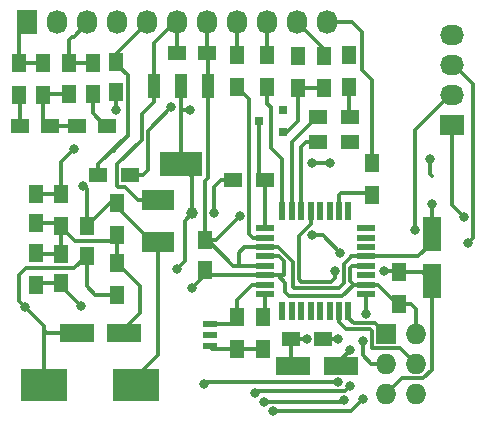
<source format=gtl>
%TF.GenerationSoftware,KiCad,Pcbnew,5.0.0-rc2-dev-unknown-b813eac~63~ubuntu16.04.1*%
%TF.CreationDate,2018-04-08T19:45:01+02:00*%
%TF.ProjectId,atmegax8_with_BM20,61746D65676178385F776974685F424D,rev?*%
%TF.SameCoordinates,Original*%
%TF.FileFunction,Copper,L1,Top,Signal*%
%TF.FilePolarity,Positive*%
%FSLAX46Y46*%
G04 Gerber Fmt 4.6, Leading zero omitted, Abs format (unit mm)*
G04 Created by KiCad (PCBNEW 5.0.0-rc2-dev-unknown-b813eac~63~ubuntu16.04.1) date Sun Apr  8 19:45:01 2018*
%MOMM*%
%LPD*%
G01*
G04 APERTURE LIST*
%TA.AperFunction,SMDPad,CuDef*%
%ADD10R,1.600000X0.550000*%
%TD*%
%TA.AperFunction,SMDPad,CuDef*%
%ADD11R,0.550000X1.600000*%
%TD*%
%TA.AperFunction,SMDPad,CuDef*%
%ADD12R,1.500000X1.300000*%
%TD*%
%TA.AperFunction,SMDPad,CuDef*%
%ADD13R,1.300000X0.600000*%
%TD*%
%TA.AperFunction,SMDPad,CuDef*%
%ADD14R,1.300000X1.500000*%
%TD*%
%TA.AperFunction,SMDPad,CuDef*%
%ADD15R,3.657600X2.032000*%
%TD*%
%TA.AperFunction,SMDPad,CuDef*%
%ADD16R,1.016000X2.032000*%
%TD*%
%TA.AperFunction,SMDPad,CuDef*%
%ADD17R,1.500000X1.250000*%
%TD*%
%TA.AperFunction,SMDPad,CuDef*%
%ADD18R,1.250000X1.500000*%
%TD*%
%TA.AperFunction,SMDPad,CuDef*%
%ADD19R,1.727200X1.727200*%
%TD*%
%TA.AperFunction,SMDPad,CuDef*%
%ADD20O,1.727200X1.727200*%
%TD*%
%TA.AperFunction,SMDPad,CuDef*%
%ADD21R,4.000500X2.700020*%
%TD*%
%TA.AperFunction,SMDPad,CuDef*%
%ADD22R,2.999740X1.501140*%
%TD*%
%TA.AperFunction,SMDPad,CuDef*%
%ADD23R,2.794000X1.778000*%
%TD*%
%TA.AperFunction,SMDPad,CuDef*%
%ADD24R,1.501140X2.999740*%
%TD*%
%TA.AperFunction,SMDPad,CuDef*%
%ADD25R,0.800100X0.800100*%
%TD*%
%TA.AperFunction,ComponentPad*%
%ADD26R,1.727200X2.032000*%
%TD*%
%TA.AperFunction,ComponentPad*%
%ADD27O,1.727200X2.032000*%
%TD*%
%TA.AperFunction,ComponentPad*%
%ADD28R,2.032000X1.727200*%
%TD*%
%TA.AperFunction,ComponentPad*%
%ADD29O,2.032000X1.727200*%
%TD*%
%TA.AperFunction,ViaPad*%
%ADD30C,0.800000*%
%TD*%
%TA.AperFunction,ViaPad*%
%ADD31C,1.000000*%
%TD*%
%TA.AperFunction,Conductor*%
%ADD32C,0.300000*%
%TD*%
G04 APERTURE END LIST*
D10*
%TO.P,IC1,1*%
%TO.N,/CDC_ENA_5V*%
X27550800Y-24886000D03*
%TO.P,IC1,2*%
%TO.N,/Clock*%
X27550800Y-25686000D03*
%TO.P,IC1,3*%
%TO.N,GND*%
X27550800Y-26486000D03*
%TO.P,IC1,4*%
%TO.N,+5V*%
X27550800Y-27286000D03*
%TO.P,IC1,5*%
%TO.N,GND*%
X27550800Y-28086000D03*
%TO.P,IC1,6*%
%TO.N,+5V*%
X27550800Y-28886000D03*
%TO.P,IC1,7*%
%TO.N,Net-(IC1-Pad7)*%
X27550800Y-29686000D03*
%TO.P,IC1,8*%
%TO.N,Net-(IC1-Pad8)*%
X27550800Y-30486000D03*
D11*
%TO.P,IC1,9*%
%TO.N,N/C*%
X29000800Y-31936000D03*
%TO.P,IC1,10*%
X29800800Y-31936000D03*
%TO.P,IC1,11*%
X30600800Y-31936000D03*
%TO.P,IC1,12*%
X31400800Y-31936000D03*
%TO.P,IC1,13*%
X32200800Y-31936000D03*
%TO.P,IC1,14*%
X33000800Y-31936000D03*
%TO.P,IC1,15*%
%TO.N,/MOSI*%
X33800800Y-31936000D03*
%TO.P,IC1,16*%
%TO.N,/MISO*%
X34600800Y-31936000D03*
D10*
%TO.P,IC1,17*%
%TO.N,/SCK*%
X36050800Y-30486000D03*
%TO.P,IC1,18*%
%TO.N,+5V*%
X36050800Y-29686000D03*
%TO.P,IC1,19*%
%TO.N,N/C*%
X36050800Y-28886000D03*
%TO.P,IC1,20*%
%TO.N,+5V*%
X36050800Y-28086000D03*
%TO.P,IC1,21*%
%TO.N,GND*%
X36050800Y-27286000D03*
%TO.P,IC1,22*%
%TO.N,N/C*%
X36050800Y-26486000D03*
%TO.P,IC1,23*%
X36050800Y-25686000D03*
%TO.P,IC1,24*%
X36050800Y-24886000D03*
D11*
%TO.P,IC1,25*%
X34600800Y-23436000D03*
%TO.P,IC1,26*%
%TO.N,/DataIn*%
X33800800Y-23436000D03*
%TO.P,IC1,27*%
%TO.N,N/C*%
X33000800Y-23436000D03*
%TO.P,IC1,28*%
X32200800Y-23436000D03*
%TO.P,IC1,29*%
%TO.N,/ARESET*%
X31400800Y-23436000D03*
%TO.P,IC1,30*%
%TO.N,Net-(IC1-Pad30)*%
X30600800Y-23436000D03*
%TO.P,IC1,31*%
%TO.N,Net-(IC1-Pad31)*%
X29800800Y-23436000D03*
%TO.P,IC1,32*%
%TO.N,Net-(IC1-Pad32)*%
X29000800Y-23436000D03*
%TD*%
D12*
%TO.P,R14,1*%
%TO.N,Net-(IC1-Pad31)*%
X32016700Y-15443200D03*
%TO.P,R14,2*%
%TO.N,TX*%
X34716700Y-15443200D03*
%TD*%
D13*
%TO.P,Y1,2*%
%TO.N,GND*%
X22834600Y-33949600D03*
%TO.P,Y1,3*%
%TO.N,Net-(IC1-Pad7)*%
X22834600Y-32999600D03*
%TO.P,Y1,1*%
%TO.N,Net-(R5-Pad1)*%
X22834600Y-34899600D03*
%TD*%
D14*
%TO.P,R2,1*%
%TO.N,Net-(P1-Pad11)*%
X36576000Y-19401800D03*
%TO.P,R2,2*%
%TO.N,/DataIn*%
X36576000Y-22101800D03*
%TD*%
D15*
%TO.P,U1,VO*%
%TO.N,+5V*%
X20434300Y-19456400D03*
D16*
X20434300Y-12852400D03*
%TO.P,U1,VI*%
%TO.N,+12V*%
X18148300Y-12852400D03*
%TO.P,U1,GND*%
%TO.N,GND*%
X22720300Y-12852400D03*
%TD*%
D17*
%TO.P,C3,1*%
%TO.N,+12V*%
X20111400Y-10071100D03*
%TO.P,C3,2*%
%TO.N,GND*%
X22611400Y-10071100D03*
%TD*%
D18*
%TO.P,C4,1*%
%TO.N,+5V*%
X22453600Y-28407680D03*
%TO.P,C4,2*%
%TO.N,GND*%
X22453600Y-25907680D03*
%TD*%
D19*
%TO.P,P2,1*%
%TO.N,/MISO*%
X37764720Y-33848040D03*
D20*
%TO.P,P2,2*%
%TO.N,+5V*%
X40304720Y-33848040D03*
%TO.P,P2,3*%
%TO.N,/SCK*%
X37764720Y-36388040D03*
%TO.P,P2,4*%
%TO.N,/MOSI*%
X40304720Y-36388040D03*
%TO.P,P2,5*%
%TO.N,/ARESET*%
X37764720Y-38928040D03*
%TO.P,P2,6*%
%TO.N,GND*%
X40304720Y-38928040D03*
%TD*%
D14*
%TO.P,R1,1*%
%TO.N,Net-(P1-Pad8)*%
X25186640Y-10237480D03*
%TO.P,R1,2*%
%TO.N,/Clock*%
X25186640Y-12937480D03*
%TD*%
D12*
%TO.P,R30,1*%
%TO.N,+5V*%
X24832320Y-20835620D03*
%TO.P,R30,2*%
%TO.N,/CDC_ENA_5V*%
X27532320Y-20835620D03*
%TD*%
D14*
%TO.P,R4,1*%
%TO.N,Net-(IC1-Pad32)*%
X27731720Y-12952720D03*
%TO.P,R4,2*%
%TO.N,/DataOut*%
X27731720Y-10252720D03*
%TD*%
%TO.P,R5,1*%
%TO.N,Net-(R5-Pad1)*%
X27343100Y-35144700D03*
%TO.P,R5,2*%
%TO.N,Net-(IC1-Pad8)*%
X27343100Y-32444700D03*
%TD*%
%TO.P,R6,1*%
%TO.N,Net-(IC1-Pad7)*%
X25133300Y-32444700D03*
%TO.P,R6,2*%
%TO.N,Net-(R5-Pad1)*%
X25133300Y-35144700D03*
%TD*%
%TO.P,R3,1*%
%TO.N,/ARESET*%
X38912800Y-28622000D03*
%TO.P,R3,2*%
%TO.N,+5V*%
X38912800Y-31322000D03*
%TD*%
D21*
%TO.P,C11,2*%
%TO.N,GNDA*%
X8826500Y-38130480D03*
%TO.P,C11,1*%
%TO.N,+12C*%
X16603980Y-38130480D03*
%TD*%
D18*
%TO.P,C12,1*%
%TO.N,+12C*%
X12435840Y-24708800D03*
%TO.P,C12,2*%
%TO.N,GNDA*%
X12435840Y-27208800D03*
%TD*%
D22*
%TO.P,C13,2*%
%TO.N,GNDA*%
X11590020Y-33769300D03*
%TO.P,C13,1*%
%TO.N,/VGND*%
X15587980Y-33769300D03*
%TD*%
D14*
%TO.P,R9,1*%
%TO.N,Net-(C7-Pad1)*%
X12928600Y-13567400D03*
%TO.P,R9,2*%
%TO.N,/AOUTR*%
X12928600Y-10867400D03*
%TD*%
%TO.P,R10,1*%
%TO.N,Net-(C8-Pad1)*%
X6725920Y-13618200D03*
%TO.P,R10,2*%
%TO.N,/AOUTL*%
X6725920Y-10918200D03*
%TD*%
%TO.P,R11,1*%
%TO.N,GNDA*%
X10947400Y-13567400D03*
%TO.P,R11,2*%
%TO.N,/AOUTR*%
X10947400Y-10867400D03*
%TD*%
%TO.P,R12,1*%
%TO.N,GNDA*%
X8763000Y-13592800D03*
%TO.P,R12,2*%
%TO.N,/AOUTL*%
X8763000Y-10892800D03*
%TD*%
D12*
%TO.P,R13,1*%
%TO.N,Net-(IC1-Pad30)*%
X32047200Y-17589500D03*
%TO.P,R13,2*%
%TO.N,RX*%
X34747200Y-17589500D03*
%TD*%
D14*
%TO.P,R16,1*%
%TO.N,/VGND*%
X15006320Y-25454600D03*
%TO.P,R16,2*%
%TO.N,+12C*%
X15006320Y-22754600D03*
%TD*%
%TO.P,R17,1*%
%TO.N,GNDA*%
X15034260Y-30511740D03*
%TO.P,R17,2*%
%TO.N,/VGND*%
X15034260Y-27811740D03*
%TD*%
D23*
%TO.P,L1,1*%
%TO.N,+12V*%
X18470880Y-22514560D03*
%TO.P,L1,2*%
%TO.N,+12C*%
X18470880Y-26070560D03*
%TD*%
D18*
%TO.P,C17,1*%
%TO.N,Net-(C17-Pad1)*%
X8155940Y-21996080D03*
%TO.P,C17,2*%
%TO.N,/VGND*%
X8155940Y-24496080D03*
%TD*%
%TO.P,C18,1*%
%TO.N,Net-(C18-Pad1)*%
X10287000Y-29545600D03*
%TO.P,C18,2*%
%TO.N,/VGND*%
X10287000Y-27045600D03*
%TD*%
D14*
%TO.P,R19,1*%
%TO.N,TX*%
X34632900Y-12970500D03*
%TO.P,R19,2*%
%TO.N,GND*%
X34632900Y-10270500D03*
%TD*%
%TO.P,R22,1*%
%TO.N,/VGND*%
X10251440Y-24697680D03*
%TO.P,R22,2*%
%TO.N,Net-(C17-Pad1)*%
X10251440Y-21997680D03*
%TD*%
%TO.P,R24,1*%
%TO.N,/VGND*%
X8133080Y-27001480D03*
%TO.P,R24,2*%
%TO.N,Net-(C18-Pad1)*%
X8133080Y-29701480D03*
%TD*%
D12*
%TO.P,R25,1*%
%TO.N,GND*%
X16123900Y-20408900D03*
%TO.P,R25,2*%
%TO.N,/MIC_IN1*%
X13423900Y-20408900D03*
%TD*%
D17*
%TO.P,C7,1*%
%TO.N,Net-(C7-Pad1)*%
X14127800Y-16205200D03*
%TO.P,C7,2*%
%TO.N,GNDA*%
X11627800Y-16205200D03*
%TD*%
%TO.P,C8,1*%
%TO.N,Net-(C8-Pad1)*%
X6827200Y-16281400D03*
%TO.P,C8,2*%
%TO.N,GNDA*%
X9327200Y-16281400D03*
%TD*%
D22*
%TO.P,C24,2*%
%TO.N,GND*%
X33942020Y-36530280D03*
%TO.P,C24,1*%
%TO.N,/BT_RESET*%
X29944060Y-36530280D03*
%TD*%
D24*
%TO.P,C25,2*%
%TO.N,GND*%
X41630600Y-25356820D03*
%TO.P,C25,1*%
%TO.N,/ARESET*%
X41630600Y-29354780D03*
%TD*%
D25*
%TO.P,Q1,1*%
%TO.N,Net-(Q1-Pad1)*%
X29055060Y-16756420D03*
%TO.P,Q1,2*%
%TO.N,GND*%
X29055060Y-14856420D03*
%TO.P,Q1,3*%
%TO.N,/CDC_ENA_5V*%
X27056080Y-15806420D03*
%TD*%
D14*
%TO.P,R28,1*%
%TO.N,Net-(Q1-Pad1)*%
X30289500Y-12995900D03*
%TO.P,R28,2*%
%TO.N,GND*%
X30289500Y-10295900D03*
%TD*%
%TO.P,R29,1*%
%TO.N,Net-(Q1-Pad1)*%
X32567880Y-13003520D03*
%TO.P,R29,2*%
%TO.N,/CDC_ENA_12V*%
X32567880Y-10303520D03*
%TD*%
D26*
%TO.P,P1,1*%
%TO.N,/AOUTL*%
X7406640Y-7396480D03*
D27*
%TO.P,P1,2*%
%TO.N,GNDA*%
X9946640Y-7396480D03*
%TO.P,P1,3*%
%TO.N,/AOUTR*%
X12486640Y-7396480D03*
%TO.P,P1,4*%
%TO.N,/MIC_IN2*%
X15026640Y-7396480D03*
%TO.P,P1,5*%
%TO.N,/MIC_IN1*%
X17566640Y-7396480D03*
%TO.P,P1,6*%
%TO.N,+12V*%
X20106640Y-7396480D03*
%TO.P,P1,7*%
%TO.N,GND*%
X22646640Y-7396480D03*
%TO.P,P1,8*%
%TO.N,Net-(P1-Pad8)*%
X25186640Y-7396480D03*
%TO.P,P1,9*%
%TO.N,/DataOut*%
X27726640Y-7396480D03*
%TO.P,P1,10*%
%TO.N,/CDC_ENA_12V*%
X30266640Y-7396480D03*
%TO.P,P1,11*%
%TO.N,Net-(P1-Pad11)*%
X32806640Y-7396480D03*
%TD*%
D18*
%TO.P,C27,2*%
%TO.N,/MIC_IN1*%
X14935200Y-10840400D03*
%TO.P,C27,1*%
%TO.N,/MICN*%
X14935200Y-13340400D03*
%TD*%
D12*
%TO.P,R7,2*%
%TO.N,+BATT*%
X32459920Y-34269680D03*
%TO.P,R7,1*%
%TO.N,/BT_RESET*%
X29759920Y-34269680D03*
%TD*%
D28*
%TO.P,P3,1*%
%TO.N,/IN_DETECT*%
X43352720Y-16144240D03*
D29*
%TO.P,P3,2*%
%TO.N,/INR*%
X43352720Y-13604240D03*
%TO.P,P3,3*%
%TO.N,/INL*%
X43352720Y-11064240D03*
%TO.P,P3,4*%
%TO.N,GND*%
X43352720Y-8524240D03*
%TD*%
D30*
%TO.N,+5V*%
X21158200Y-14869160D03*
X23246080Y-23647400D03*
X20116800Y-28321000D03*
X21336000Y-29997400D03*
D31*
X21361400Y-23647400D03*
D30*
%TO.N,GND*%
X25432320Y-23853960D03*
X41681400Y-22849840D03*
X34767520Y-35189160D03*
X19583400Y-14649398D03*
%TO.N,/BT_RESET*%
X31074360Y-34269680D03*
%TO.N,/ARESET*%
X33446390Y-28536900D03*
X37617400Y-28536900D03*
%TO.N,+BATT*%
X33736280Y-34249360D03*
X41478200Y-19050000D03*
%TO.N,/SCK*%
X35801119Y-34467800D03*
X36055300Y-32162200D03*
%TO.N,/BTOUTL*%
X26670000Y-38846760D03*
X34693127Y-38282110D03*
%TO.N,/BTOUTR*%
X34193480Y-39468360D03*
X27489720Y-39588440D03*
%TO.N,/BTOUTRN*%
X28239720Y-40380920D03*
X35801300Y-39344600D03*
%TO.N,/BTOUTLN*%
X22387560Y-38044120D03*
X33708412Y-37932109D03*
%TO.N,/MICP*%
X33070800Y-19392900D03*
X31553720Y-19367500D03*
%TO.N,/MICN*%
X31503551Y-25493911D03*
X33883600Y-26969720D03*
X14900362Y-14848840D03*
%TO.N,GNDA*%
X7213600Y-31526480D03*
%TO.N,+12C*%
X12115800Y-21285200D03*
%TO.N,Net-(C17-Pad1)*%
X11358880Y-18196560D03*
%TO.N,Net-(C18-Pad1)*%
X11973560Y-31460440D03*
%TO.N,/IN_DETECT*%
X44353299Y-23914100D03*
%TO.N,/INR*%
X40259000Y-25031700D03*
%TO.N,/INL*%
X44703300Y-26136600D03*
%TD*%
D32*
%TO.N,+5V*%
X23220680Y-21397260D02*
X23246080Y-21422660D01*
X23246080Y-21422660D02*
X23246080Y-23647400D01*
X24832320Y-20835620D02*
X23782320Y-20835620D01*
X23782320Y-20835620D02*
X23220680Y-21397260D01*
X21148040Y-14859000D02*
X21158200Y-14869160D01*
X20434300Y-14859000D02*
X21148040Y-14859000D01*
X20434300Y-12852400D02*
X20434300Y-14859000D01*
X20434300Y-14859000D02*
X20434300Y-16002000D01*
X38912800Y-31322000D02*
X39862800Y-31322000D01*
X39862800Y-31322000D02*
X40304720Y-31763920D01*
X40304720Y-31763920D02*
X40304720Y-32626726D01*
X40304720Y-32626726D02*
X40304720Y-33848040D01*
X34874200Y-28086000D02*
X36050800Y-28086000D01*
X34696400Y-29355800D02*
X34696400Y-28263800D01*
X34696400Y-28263800D02*
X34874200Y-28086000D01*
X35026600Y-29686000D02*
X34696400Y-29355800D01*
X36050800Y-29686000D02*
X35026600Y-29686000D01*
X29565600Y-30632400D02*
X34080200Y-30632400D01*
X34080200Y-30632400D02*
X35026600Y-29686000D01*
X29260800Y-30327600D02*
X29565600Y-30632400D01*
X29260800Y-29496000D02*
X29260800Y-30327600D01*
X27550800Y-28886000D02*
X28650800Y-28886000D01*
X28650800Y-28886000D02*
X29260800Y-29496000D01*
X20751800Y-24257000D02*
X20751800Y-27686000D01*
X20751800Y-27686000D02*
X20116800Y-28321000D01*
X38455600Y-31271200D02*
X39297600Y-31271200D01*
X36050800Y-29686000D02*
X37102800Y-29686000D01*
X37102800Y-29686000D02*
X38455600Y-31038800D01*
X38455600Y-31038800D02*
X38455600Y-31271200D01*
X21336000Y-29997400D02*
X22453600Y-28879800D01*
X22453600Y-28879800D02*
X22453600Y-28407680D01*
X27550800Y-27286000D02*
X28759200Y-27286000D01*
X29118560Y-27645360D02*
X29118560Y-28886000D01*
X28759200Y-27286000D02*
X29118560Y-27645360D01*
X20751800Y-24257000D02*
X21361400Y-23647400D01*
X20434300Y-19456400D02*
X20434300Y-19646900D01*
X20434300Y-19646900D02*
X21361400Y-20574000D01*
X21361400Y-20574000D02*
X21361400Y-23647400D01*
X27550800Y-28886000D02*
X25902920Y-28886000D01*
X25902920Y-28886000D02*
X22931920Y-28886000D01*
X22931920Y-28886000D02*
X22453600Y-28407680D01*
X27550800Y-28886000D02*
X29118560Y-28886000D01*
X20434300Y-16002000D02*
X20434300Y-19456400D01*
%TO.N,/DataOut*%
X27726640Y-7396480D02*
X27726640Y-10247640D01*
X27726640Y-10247640D02*
X27731720Y-10252720D01*
%TO.N,GND*%
X22453600Y-25907680D02*
X23378600Y-25907680D01*
X23378600Y-25907680D02*
X25432320Y-23853960D01*
X22720300Y-12852400D02*
X22720300Y-20645202D01*
X22720300Y-20645202D02*
X22453600Y-20911902D01*
X22453600Y-20911902D02*
X22453600Y-24857680D01*
X22453600Y-24857680D02*
X22453600Y-25907680D01*
X41681400Y-22849840D02*
X41681400Y-25306020D01*
X41681400Y-25306020D02*
X41630600Y-25356820D01*
X33942020Y-36530280D02*
X33942020Y-36014660D01*
X33942020Y-36014660D02*
X34767520Y-35189160D01*
X36050800Y-27286000D02*
X40450720Y-27286000D01*
X40450720Y-27286000D02*
X41630600Y-26106120D01*
X41630600Y-26106120D02*
X41630600Y-25356820D01*
X17589500Y-19993300D02*
X17589500Y-16643298D01*
X17589500Y-16643298D02*
X19583400Y-14649398D01*
X16123900Y-20408900D02*
X17173900Y-20408900D01*
X17173900Y-20408900D02*
X17589500Y-19993300D01*
X34798000Y-27286000D02*
X36050800Y-27286000D01*
X34196390Y-27957410D02*
X34798000Y-27355800D01*
X34798000Y-27355800D02*
X34798000Y-27286000D01*
X29946600Y-29921200D02*
X33838100Y-29921200D01*
X34196390Y-29562910D02*
X34196390Y-27957410D01*
X33838100Y-29921200D02*
X34196390Y-29562910D01*
X29895800Y-29870400D02*
X29946600Y-29921200D01*
X29895800Y-27715480D02*
X29895800Y-29870400D01*
X27550800Y-26486000D02*
X28666320Y-26486000D01*
X28666320Y-26486000D02*
X29895800Y-27715480D01*
X41605200Y-25331420D02*
X41630600Y-25356820D01*
X27550800Y-26486000D02*
X25787200Y-26486000D01*
X25318720Y-26954480D02*
X25318720Y-28086000D01*
X25787200Y-26486000D02*
X25318720Y-26954480D01*
X27550800Y-28086000D02*
X25318720Y-28086000D01*
X25318720Y-28086000D02*
X24865280Y-28086000D01*
X24865280Y-28086000D02*
X22686960Y-25907680D01*
X22686960Y-25907680D02*
X22453600Y-25907680D01*
X22646640Y-7396480D02*
X22646640Y-7030720D01*
X22646640Y-7396480D02*
X22646640Y-7010400D01*
X22720300Y-12852400D02*
X22720300Y-10180000D01*
X22720300Y-10180000D02*
X22611400Y-10071100D01*
X22646640Y-7396480D02*
X22646640Y-10035860D01*
X22646640Y-10035860D02*
X22611400Y-10071100D01*
%TO.N,+12V*%
X18470880Y-22514560D02*
X16773880Y-22514560D01*
X16773880Y-22514560D02*
X15668221Y-21408901D01*
X15093899Y-21408901D02*
X15023899Y-21338901D01*
X15023899Y-21338901D02*
X15023899Y-19478899D01*
X15668221Y-21408901D02*
X15093899Y-21408901D01*
X18148300Y-14168400D02*
X18148300Y-12852400D01*
X15023899Y-19478899D02*
X17089490Y-17413308D01*
X17089490Y-17413308D02*
X17089490Y-15227210D01*
X17089490Y-15227210D02*
X18148300Y-14168400D01*
X20106640Y-7396480D02*
X19928840Y-7396480D01*
X19928840Y-7396480D02*
X18148300Y-9177020D01*
X18148300Y-9177020D02*
X18148300Y-12852400D01*
X20106640Y-7396480D02*
X20106640Y-10066340D01*
X20106640Y-10066340D02*
X20111400Y-10071100D01*
%TO.N,TX*%
X34632900Y-12970500D02*
X34632900Y-15359400D01*
X34632900Y-15359400D02*
X34716700Y-15443200D01*
%TO.N,/BT_RESET*%
X29759920Y-34269680D02*
X29759920Y-36346140D01*
X29759920Y-36346140D02*
X29944060Y-36530280D01*
X29759920Y-34269680D02*
X31074360Y-34269680D01*
%TO.N,/ARESET*%
X32748590Y-29421190D02*
X32745680Y-29418280D01*
X33127785Y-29421190D02*
X32748590Y-29421190D01*
X30612080Y-29418280D02*
X30395810Y-29202010D01*
X33446390Y-29102585D02*
X33127785Y-29421190D01*
X33446390Y-28536900D02*
X33446390Y-29102585D01*
X32745680Y-29418280D02*
X30612080Y-29418280D01*
X30395810Y-29202010D02*
X30395810Y-25540990D01*
X30395810Y-25540990D02*
X31400800Y-24536000D01*
X31400800Y-24536000D02*
X31400800Y-23436000D01*
X37617400Y-28536900D02*
X38827700Y-28536900D01*
X38827700Y-28536900D02*
X38912800Y-28622000D01*
X37764720Y-38928040D02*
X39091119Y-37601641D01*
X39091119Y-37601641D02*
X40887249Y-37601641D01*
X41630600Y-31154650D02*
X41630600Y-29354780D01*
X40887249Y-37601641D02*
X41630600Y-36858290D01*
X41630600Y-36858290D02*
X41630600Y-31154650D01*
X38455600Y-28571200D02*
X40847020Y-28571200D01*
X40847020Y-28571200D02*
X41630600Y-29354780D01*
%TO.N,+BATT*%
X32459920Y-34269680D02*
X33715960Y-34269680D01*
X33715960Y-34269680D02*
X33736280Y-34249360D01*
X41478200Y-19050000D02*
X41478200Y-20287000D01*
X41478200Y-20287000D02*
X41638200Y-20447000D01*
%TO.N,Net-(IC1-Pad8)*%
X27550800Y-30486000D02*
X27550800Y-32237000D01*
X27550800Y-32237000D02*
X27343100Y-32444700D01*
%TO.N,/MOSI*%
X38978321Y-35061641D02*
X36830000Y-35061641D01*
X36551119Y-33617419D02*
X36551119Y-34991641D01*
X36551119Y-34991641D02*
X36621119Y-35061641D01*
X36621119Y-35061641D02*
X36830000Y-35061641D01*
X36398200Y-33464500D02*
X36551119Y-33617419D01*
X34424298Y-33464500D02*
X36398200Y-33464500D01*
X33800800Y-31936000D02*
X33800800Y-32841002D01*
X33800800Y-32841002D02*
X34424298Y-33464500D01*
X40304720Y-36388040D02*
X38978321Y-35061641D01*
%TO.N,/MISO*%
X34600800Y-32461000D02*
X35052000Y-32912200D01*
X37764720Y-33827720D02*
X36849200Y-32912200D01*
X36849200Y-32912200D02*
X35052000Y-32912200D01*
X37764720Y-33848040D02*
X37764720Y-33827720D01*
X34600800Y-31936000D02*
X34600800Y-32461000D01*
%TO.N,/SCK*%
X35801119Y-34467800D02*
X35801119Y-35645753D01*
X35801119Y-35645753D02*
X36543406Y-36388040D01*
X36543406Y-36388040D02*
X37764720Y-36388040D01*
X36050800Y-30486000D02*
X36050800Y-32157700D01*
X36050800Y-32157700D02*
X36055300Y-32162200D01*
X36050800Y-30486000D02*
X36653120Y-30486000D01*
%TO.N,/BTOUTL*%
X33580891Y-38682109D02*
X26834651Y-38682109D01*
X26834651Y-38682109D02*
X26670000Y-38846760D01*
X34693127Y-38282110D02*
X34293128Y-38682109D01*
X34293128Y-38682109D02*
X33580891Y-38682109D01*
%TO.N,/BTOUTR*%
X34193480Y-39468360D02*
X34193480Y-39588440D01*
X34193480Y-39588440D02*
X28557242Y-39588440D01*
X28557242Y-39588440D02*
X27489720Y-39588440D01*
%TO.N,Net-(C8-Pad1)*%
X6827200Y-16281400D02*
X6827200Y-13719480D01*
X6827200Y-13719480D02*
X6725920Y-13618200D01*
%TO.N,/AOUTL*%
X8763000Y-10892800D02*
X6751320Y-10892800D01*
X6751320Y-10892800D02*
X6725920Y-10918200D01*
X6725920Y-10918200D02*
X6725920Y-8077200D01*
X6725920Y-8077200D02*
X7406640Y-7396480D01*
%TO.N,/AOUTR*%
X10947400Y-10867400D02*
X10947400Y-8935720D01*
X10947400Y-8935720D02*
X11170640Y-8712480D01*
X11170640Y-8712480D02*
X11323040Y-8712480D01*
X11323040Y-8712480D02*
X12486640Y-7548880D01*
X12486640Y-7548880D02*
X12486640Y-7396480D01*
X12928600Y-10867400D02*
X10947400Y-10867400D01*
%TO.N,GNDA*%
X11627800Y-16205200D02*
X9403400Y-16205200D01*
X9403400Y-16205200D02*
X9327200Y-16281400D01*
X10947400Y-13567400D02*
X8788400Y-13567400D01*
X8788400Y-13567400D02*
X8763000Y-13592800D01*
X8763000Y-13592800D02*
X8763000Y-15717200D01*
X8763000Y-15717200D02*
X9327200Y-16281400D01*
%TO.N,+12C*%
X18470880Y-26070560D02*
X18470880Y-35631120D01*
X18470880Y-35631120D02*
X16603980Y-37498020D01*
X16603980Y-37498020D02*
X16603980Y-38130480D01*
X15006320Y-22754600D02*
X15006320Y-23114000D01*
X15006320Y-23114000D02*
X17962880Y-26070560D01*
X17962880Y-26070560D02*
X18470880Y-26070560D01*
%TO.N,Net-(C7-Pad1)*%
X14127800Y-16205200D02*
X14002800Y-16205200D01*
X14002800Y-16205200D02*
X12928600Y-15131000D01*
X12928600Y-15131000D02*
X12928600Y-13567400D01*
%TO.N,Net-(IC1-Pad30)*%
X30568900Y-18017800D02*
X30600800Y-18049700D01*
X30600800Y-18049700D02*
X30600800Y-23436000D01*
X32047200Y-17589500D02*
X30997200Y-17589500D01*
X30997200Y-17589500D02*
X30568900Y-18017800D01*
%TO.N,Net-(IC1-Pad31)*%
X32016700Y-15443200D02*
X31916700Y-15443200D01*
X31916700Y-15443200D02*
X29800800Y-17559100D01*
X29800800Y-17559100D02*
X29800800Y-17938500D01*
%TO.N,Net-(P1-Pad11)*%
X36576000Y-19401800D02*
X36576000Y-12365890D01*
X36576000Y-12365890D02*
X35712400Y-11502290D01*
X35712400Y-8242300D02*
X35712400Y-11502290D01*
X34874200Y-7404100D02*
X35712400Y-8242300D01*
X33977860Y-7404100D02*
X34874200Y-7404100D01*
X32806640Y-7396480D02*
X33970240Y-7396480D01*
X33970240Y-7396480D02*
X33977860Y-7404100D01*
%TO.N,/BTOUTRN*%
X34780220Y-40365680D02*
X28254960Y-40365680D01*
X28254960Y-40365680D02*
X28239720Y-40380920D01*
X35801300Y-39344600D02*
X34780220Y-40365680D01*
%TO.N,/BTOUTLN*%
X33708412Y-37932109D02*
X22499571Y-37932109D01*
X22499571Y-37932109D02*
X22387560Y-38044120D01*
%TO.N,/MICP*%
X31553720Y-19367500D02*
X33045400Y-19367500D01*
X33045400Y-19367500D02*
X33070800Y-19392900D01*
%TO.N,/MICN*%
X31503551Y-25493911D02*
X32407791Y-25493911D01*
X32407791Y-25493911D02*
X33883600Y-26969720D01*
X14900362Y-14848840D02*
X14900362Y-13375238D01*
X14900362Y-13375238D02*
X14935200Y-13340400D01*
%TO.N,/MIC_IN1*%
X15910201Y-16421100D02*
X15910201Y-17056799D01*
X15910201Y-11940401D02*
X15910201Y-16421100D01*
X13423900Y-20408900D02*
X13423900Y-19458900D01*
X13423900Y-19458900D02*
X15910201Y-16972599D01*
X15910201Y-16972599D02*
X15910201Y-16421100D01*
X14935200Y-10840400D02*
X14935200Y-10965400D01*
X14935200Y-10965400D02*
X15910201Y-11940401D01*
X15910201Y-17056799D02*
X14732000Y-18235000D01*
X14732000Y-18235000D02*
X14732000Y-18335000D01*
X17566640Y-7396480D02*
X17566640Y-7548880D01*
X17566640Y-7548880D02*
X14935200Y-10180320D01*
X14935200Y-10180320D02*
X14935200Y-10840400D01*
%TO.N,Net-(C8-Pad1)*%
X6923720Y-13816000D02*
X6725920Y-13618200D01*
%TO.N,GNDA*%
X11590020Y-33769300D02*
X9039860Y-33769300D01*
X9039860Y-33769300D02*
X8826500Y-33555940D01*
X8826500Y-38130480D02*
X8826500Y-33555940D01*
X8826500Y-33555940D02*
X8826500Y-33139380D01*
X8826500Y-33139380D02*
X7213600Y-31526480D01*
X11369360Y-28275280D02*
X12435840Y-27208800D01*
X7315200Y-28275280D02*
X11369360Y-28275280D01*
X6746240Y-28844240D02*
X7315200Y-28275280D01*
X6746240Y-31059120D02*
X6746240Y-28844240D01*
X7213600Y-31526480D02*
X6746240Y-31059120D01*
X12435840Y-27208800D02*
X12435840Y-29799280D01*
X12435840Y-29799280D02*
X13148300Y-30511740D01*
X13148300Y-30511740D02*
X15034260Y-30511740D01*
%TO.N,+12C*%
X12115800Y-21285200D02*
X12435840Y-21605240D01*
X12435840Y-21605240D02*
X12435840Y-24708800D01*
X15006320Y-22754600D02*
X15154920Y-22754600D01*
X15006320Y-22754600D02*
X14390040Y-22754600D01*
X14390040Y-22754600D02*
X12435840Y-24708800D01*
%TO.N,/VGND*%
X15587980Y-33769300D02*
X15587980Y-33439100D01*
X15587980Y-33439100D02*
X16987520Y-32039560D01*
X16987520Y-32039560D02*
X16987520Y-29765000D01*
X16987520Y-29765000D02*
X15034260Y-27811740D01*
X10251440Y-24697680D02*
X10251440Y-24785320D01*
X10251440Y-24785320D02*
X11440160Y-25974040D01*
X11440160Y-25974040D02*
X14486880Y-25974040D01*
X14486880Y-25974040D02*
X15006320Y-25454600D01*
X15034260Y-27811740D02*
X15034260Y-25482540D01*
X15034260Y-25482540D02*
X15006320Y-25454600D01*
X10287000Y-27045600D02*
X8177200Y-27045600D01*
X8177200Y-27045600D02*
X8133080Y-27001480D01*
X10251440Y-24697680D02*
X10251440Y-27010040D01*
X10251440Y-27010040D02*
X10287000Y-27045600D01*
X8155940Y-24496080D02*
X10049840Y-24496080D01*
X10049840Y-24496080D02*
X10251440Y-24697680D01*
%TO.N,/DataIn*%
X33800800Y-23436000D02*
X33800800Y-22089360D01*
X33954720Y-21935440D02*
X36689040Y-21935440D01*
X33800800Y-22089360D02*
X33954720Y-21935440D01*
%TO.N,/Clock*%
X26182320Y-20815300D02*
X26182320Y-13933160D01*
X26182320Y-13933160D02*
X25186640Y-12937480D01*
X27550800Y-25686000D02*
X26506420Y-25686000D01*
X26182320Y-25361900D02*
X26182320Y-20815300D01*
X26506420Y-25686000D02*
X26182320Y-25361900D01*
%TO.N,Net-(C17-Pad1)*%
X11358880Y-18196560D02*
X10251440Y-19304000D01*
X10251440Y-19304000D02*
X10251440Y-21997680D01*
X8155940Y-21996080D02*
X10249840Y-21996080D01*
X10249840Y-21996080D02*
X10251440Y-21997680D01*
%TO.N,Net-(C18-Pad1)*%
X10287000Y-29545600D02*
X10287000Y-29773880D01*
X10287000Y-29773880D02*
X11973560Y-31460440D01*
X10287000Y-29545600D02*
X8288960Y-29545600D01*
X8288960Y-29545600D02*
X8133080Y-29701480D01*
%TO.N,Net-(IC1-Pad31)*%
X29800800Y-23436000D02*
X29800800Y-17938500D01*
%TO.N,/CDC_ENA_5V*%
X27056080Y-15806420D02*
X27056080Y-20359380D01*
X27056080Y-20359380D02*
X27532320Y-20835620D01*
X27532320Y-20835620D02*
X27532320Y-24867520D01*
X27532320Y-24867520D02*
X27550800Y-24886000D01*
X27730240Y-24823740D02*
X27779400Y-24872900D01*
%TO.N,/CDC_ENA_12V*%
X32567880Y-10303520D02*
X32567880Y-9697720D01*
X32567880Y-9697720D02*
X30266640Y-7396480D01*
X30264100Y-7399020D02*
X30266640Y-7396480D01*
%TO.N,Net-(Q1-Pad1)*%
X32567880Y-13003520D02*
X30297120Y-13003520D01*
X30297120Y-13003520D02*
X30289500Y-12995900D01*
X29055060Y-16756420D02*
X29357280Y-16756420D01*
X29357280Y-16756420D02*
X30289500Y-15824200D01*
X30289500Y-15824200D02*
X30289500Y-12995900D01*
%TO.N,Net-(P1-Pad8)*%
X25186640Y-10237480D02*
X25186640Y-7396480D01*
X25234900Y-7444740D02*
X25186640Y-7396480D01*
%TO.N,Net-(IC1-Pad32)*%
X27731720Y-12952720D02*
X27731720Y-14338300D01*
X29000800Y-19071940D02*
X29000800Y-23436000D01*
X27998420Y-18069560D02*
X29000800Y-19071940D01*
X27998420Y-14605000D02*
X27998420Y-18069560D01*
X27731720Y-14338300D02*
X27998420Y-14605000D01*
%TO.N,Net-(P1-Pad11)*%
X32806640Y-7396480D02*
X33152080Y-7396480D01*
X32806640Y-7396480D02*
X32806640Y-7660640D01*
X32806640Y-7609840D02*
X32806640Y-7396480D01*
%TO.N,/IN_DETECT*%
X44353299Y-23914100D02*
X43352720Y-22913521D01*
X43352720Y-22913521D02*
X43352720Y-16144240D01*
%TO.N,/INR*%
X40259000Y-16697960D02*
X40259000Y-25031700D01*
X40259000Y-16545560D02*
X40259000Y-16697960D01*
X43200320Y-13604240D02*
X40259000Y-16545560D01*
X43352720Y-13604240D02*
X43200320Y-13604240D01*
%TO.N,/INL*%
X44703300Y-26136600D02*
X45103299Y-25736601D01*
X45103299Y-25736601D02*
X45103299Y-12662419D01*
X43505120Y-11064240D02*
X43352720Y-11064240D01*
X45103299Y-12662419D02*
X43505120Y-11064240D01*
%TO.N,Net-(IC1-Pad7)*%
X27550800Y-29686000D02*
X26450800Y-29686000D01*
X25133300Y-31394700D02*
X25133300Y-32444700D01*
X26450800Y-29686000D02*
X25133300Y-31003500D01*
X25133300Y-31003500D02*
X25133300Y-31394700D01*
X22834600Y-32999600D02*
X24578400Y-32999600D01*
X24578400Y-32999600D02*
X25133300Y-32444700D01*
%TO.N,Net-(R5-Pad1)*%
X25133300Y-35144700D02*
X23079700Y-35144700D01*
X23079700Y-35144700D02*
X22834600Y-34899600D01*
X27343100Y-35144700D02*
X25133300Y-35144700D01*
%TD*%
M02*

</source>
